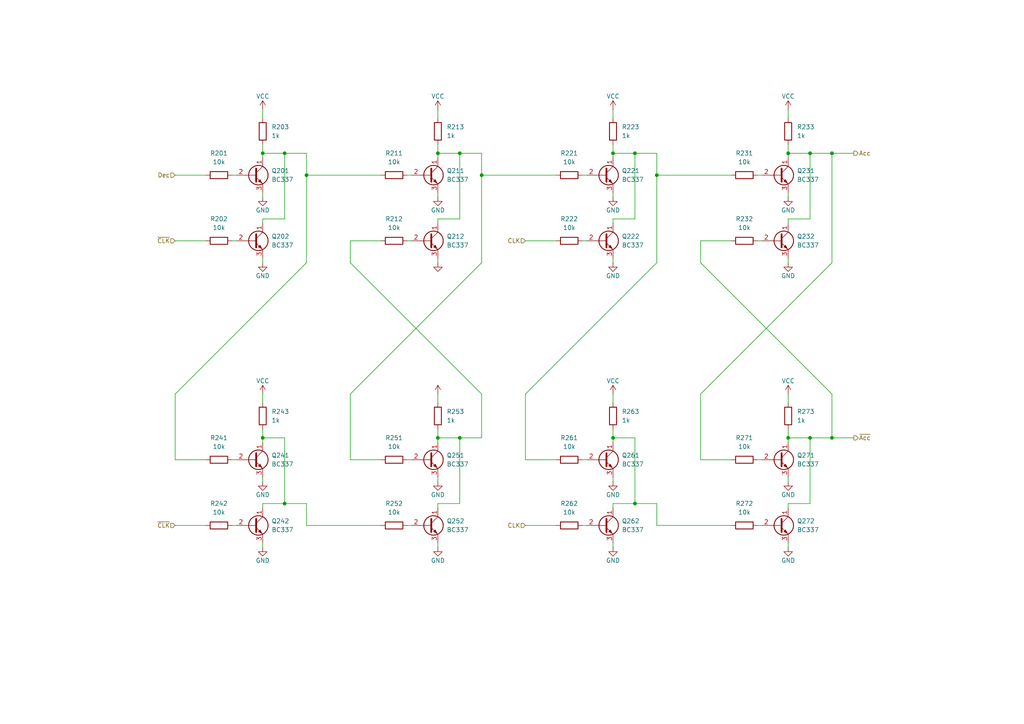
<source format=kicad_sch>
(kicad_sch (version 20250114) (generator "eeschema") (generator_version "9.0")
  (paper "A4")
  (lib_symbols
    (symbol "Device:R" (pin_numbers (hide yes)) (pin_names (offset 0))
      (property "Reference" "R" (at 2.032 0 90))
      (property "Value" "R" (at 0 0 90))
      (symbol "R_0_1"
        (rectangle (start -1.016 -2.54) (end 1.016 2.54) (stroke (width 0.254)))
      )
      (symbol "R_1_1"
        (pin passive line (at 0 3.81 270) (length 1.27) (name "~") (number "1"))
        (pin passive line (at 0 -3.81 90) (length 1.27) (name "~") (number "2"))
      )
    )
    (symbol "Transistor_BJT:BC337" (pin_names (offset 0) (hide yes))
      (property "Reference" "Q" (at 5.08 1.905 0))
      (property "Value" "BC337" (at 5.08 0 0))
      (symbol "BC337_0_1"
        (polyline (pts (xy -2.54 0) (xy 0.635 0)))
        (polyline (pts (xy 0.635 1.905) (xy 0.635 -1.905)) (stroke (width 0.508)))
        (circle (center 1.27 0) (radius 2.8194) (stroke (width 0.254)))
      )
      (symbol "BC337_1_1"
        (polyline (pts (xy 0.635 0.635) (xy 2.54 2.54)))
        (polyline (pts (xy 0.635 -0.635) (xy 2.54 -2.54)))
        (polyline (pts (xy 1.27 -1.778) (xy 1.778 -1.27) (xy 2.286 -2.286) (xy 1.27 -1.778)) (fill (type outline)))
        (pin input line (at -5.08 0 0) (length 2.54) (name "B") (number "2"))
        (pin passive line (at 2.54 5.08 270) (length 2.54) (name "C") (number "1"))
        (pin passive line (at 2.54 -5.08 90) (length 2.54) (name "E") (number "3"))
      )
    )
    (symbol "power:GND" (power) (pin_numbers (hide yes)) (pin_names (offset 0) (hide yes))
      (property "Value" "GND" (at 0 -3.81 0))
      (symbol "GND_0_1"
        (polyline (pts (xy 0 0) (xy 0 -1.27) (xy 1.27 -1.27) (xy 0 -2.54) (xy -1.27 -1.27) (xy 0 -1.27)))
      )
      (symbol "GND_1_1"
        (pin power_in line (at 0 0 270) (length 0) (name "~") (number "1"))
      )
    )
    (symbol "power:VCC" (power) (pin_numbers (hide yes)) (pin_names (offset 0) (hide yes))
      (property "Value" "VCC" (at 0 3.556 0))
      (symbol "VCC_0_1"
        (polyline (pts (xy -0.762 1.27) (xy 0 2.54)))
        (polyline (pts (xy 0 2.54) (xy 0.762 1.27)))
        (polyline (pts (xy 0 0) (xy 0 2.54)))
      )
      (symbol "VCC_1_1"
        (pin power_in line (at 0 0 90) (length 0) (name "~") (number "1"))
      )
    )
  )
  (junction (at 133.35 44.45))
  (junction (at 82.55 44.45))
  (junction (at 127 44.45))
  (junction (at 177.8 127))
  (junction (at 241.3 44.45))
  (junction (at 139.7 50.8))
  (junction (at 133.35 127))
  (junction (at 184.15 146.05))
  (junction (at 177.8 44.45))
  (junction (at 241.3 127))
  (junction (at 82.55 146.05))
  (junction (at 228.6 44.45))
  (junction (at 88.9 50.8))
  (junction (at 228.6 127))
  (junction (at 190.5 50.8))
  (junction (at 76.2 127))
  (junction (at 234.95 44.45))
  (junction (at 76.2 44.45))
  (junction (at 234.95 127))
  (junction (at 184.15 44.45))
  (junction (at 127 127))
  (wire (pts (xy 76.2 44.45) (xy 76.2 45.72)))
  (wire (pts (xy 82.55 44.45) (xy 88.9 44.45)))
  (wire (pts (xy 88.9 50.8) (xy 110.49 50.8)))
  (wire (pts (xy 127 44.45) (xy 133.35 44.45)))
  (wire (pts (xy 133.35 146.05) (xy 133.35 127)))
  (wire (pts (xy 118.11 50.8) (xy 119.38 50.8)))
  (wire (pts (xy 234.95 127) (xy 241.3 127)))
  (wire (pts (xy 139.7 50.8) (xy 139.7 76.2)))
  (wire (pts (xy 76.2 124.46) (xy 76.2 127)))
  (wire (pts (xy 101.6 133.35) (xy 110.49 133.35)))
  (wire (pts (xy 177.8 63.5) (xy 184.15 63.5)))
  (wire (pts (xy 203.2 133.35) (xy 203.2 114.3)))
  (wire (pts (xy 139.7 50.8) (xy 161.29 50.8)))
  (wire (pts (xy 88.9 146.05) (xy 88.9 152.4)))
  (wire (pts (xy 67.31 50.8) (xy 68.58 50.8)))
  (wire (pts (xy 228.6 147.32) (xy 228.6 146.05)))
  (wire (pts (xy 59.69 133.35) (xy 50.8 133.35)))
  (wire (pts (xy 190.5 152.4) (xy 190.5 146.05)))
  (wire (pts (xy 184.15 63.5) (xy 184.15 44.45)))
  (wire (pts (xy 168.91 69.85) (xy 170.18 69.85)))
  (wire (pts (xy 228.6 114.3) (xy 228.6 116.84)))
  (wire (pts (xy 234.95 146.05) (xy 234.95 127)))
  (wire (pts (xy 127 124.46) (xy 127 127)))
  (wire (pts (xy 228.6 74.93) (xy 228.6 76.2)))
  (wire (pts (xy 177.8 147.32) (xy 177.8 146.05)))
  (wire (pts (xy 82.55 146.05) (xy 88.9 146.05)))
  (wire (pts (xy 177.8 41.91) (xy 177.8 44.45)))
  (wire (pts (xy 76.2 31.75) (xy 76.2 34.29)))
  (wire (pts (xy 203.2 69.85) (xy 212.09 69.85)))
  (wire (pts (xy 228.6 64.77) (xy 228.6 63.5)))
  (wire (pts (xy 88.9 50.8) (xy 88.9 76.2)))
  (wire (pts (xy 177.8 146.05) (xy 184.15 146.05)))
  (wire (pts (xy 50.8 50.8) (xy 59.69 50.8)))
  (wire (pts (xy 76.2 41.91) (xy 76.2 44.45)))
  (wire (pts (xy 241.3 127) (xy 247.65 127)))
  (wire (pts (xy 88.9 152.4) (xy 110.49 152.4)))
  (wire (pts (xy 50.8 114.3) (xy 50.8 133.35)))
  (wire (pts (xy 127 157.48) (xy 127 158.75)))
  (wire (pts (xy 127 44.45) (xy 127 45.72)))
  (wire (pts (xy 118.11 69.85) (xy 119.38 69.85)))
  (wire (pts (xy 76.2 63.5) (xy 82.55 63.5)))
  (wire (pts (xy 228.6 55.88) (xy 228.6 57.15)))
  (wire (pts (xy 152.4 133.35) (xy 161.29 133.35)))
  (wire (pts (xy 127 64.77) (xy 127 63.5)))
  (wire (pts (xy 234.95 63.5) (xy 234.95 44.45)))
  (wire (pts (xy 133.35 63.5) (xy 133.35 44.45)))
  (wire (pts (xy 234.95 44.45) (xy 241.3 44.45)))
  (wire (pts (xy 67.31 69.85) (xy 68.58 69.85)))
  (wire (pts (xy 168.91 152.4) (xy 170.18 152.4)))
  (wire (pts (xy 228.6 127) (xy 228.6 128.27)))
  (wire (pts (xy 219.71 69.85) (xy 220.98 69.85)))
  (wire (pts (xy 139.7 114.3) (xy 101.6 76.2)))
  (wire (pts (xy 50.8 69.85) (xy 59.69 69.85)))
  (wire (pts (xy 228.6 44.45) (xy 228.6 45.72)))
  (wire (pts (xy 219.71 133.35) (xy 220.98 133.35)))
  (wire (pts (xy 133.35 127) (xy 139.7 127)))
  (wire (pts (xy 177.8 127) (xy 177.8 128.27)))
  (wire (pts (xy 177.8 64.77) (xy 177.8 63.5)))
  (wire (pts (xy 219.71 50.8) (xy 220.98 50.8)))
  (wire (pts (xy 127 114.3) (xy 127 116.84)))
  (wire (pts (xy 177.8 114.3) (xy 177.8 116.84)))
  (wire (pts (xy 190.5 44.45) (xy 184.15 44.45)))
  (wire (pts (xy 212.09 50.8) (xy 190.5 50.8)))
  (wire (pts (xy 219.71 152.4) (xy 220.98 152.4)))
  (wire (pts (xy 190.5 76.2) (xy 152.4 114.3)))
  (wire (pts (xy 127 146.05) (xy 133.35 146.05)))
  (wire (pts (xy 76.2 127) (xy 76.2 128.27)))
  (wire (pts (xy 76.2 146.05) (xy 82.55 146.05)))
  (wire (pts (xy 203.2 114.3) (xy 241.3 76.2)))
  (wire (pts (xy 177.8 124.46) (xy 177.8 127)))
  (wire (pts (xy 177.8 44.45) (xy 177.8 45.72)))
  (wire (pts (xy 82.55 146.05) (xy 82.55 127)))
  (wire (pts (xy 76.2 147.32) (xy 76.2 146.05)))
  (wire (pts (xy 177.8 127) (xy 184.15 127)))
  (wire (pts (xy 228.6 31.75) (xy 228.6 34.29)))
  (wire (pts (xy 190.5 50.8) (xy 190.5 76.2)))
  (wire (pts (xy 139.7 44.45) (xy 139.7 50.8)))
  (wire (pts (xy 127 138.43) (xy 127 139.7)))
  (wire (pts (xy 152.4 152.4) (xy 161.29 152.4)))
  (wire (pts (xy 168.91 50.8) (xy 170.18 50.8)))
  (wire (pts (xy 76.2 64.77) (xy 76.2 63.5)))
  (wire (pts (xy 139.7 127) (xy 139.7 114.3)))
  (wire (pts (xy 177.8 138.43) (xy 177.8 139.7)))
  (wire (pts (xy 152.4 114.3) (xy 152.4 133.35)))
  (wire (pts (xy 241.3 114.3) (xy 203.2 76.2)))
  (wire (pts (xy 168.91 133.35) (xy 170.18 133.35)))
  (wire (pts (xy 76.2 138.43) (xy 76.2 139.7)))
  (wire (pts (xy 76.2 127) (xy 82.55 127)))
  (wire (pts (xy 127 74.93) (xy 127 76.2)))
  (wire (pts (xy 101.6 114.3) (xy 101.6 133.35)))
  (wire (pts (xy 228.6 138.43) (xy 228.6 139.7)))
  (wire (pts (xy 127 55.88) (xy 127 57.15)))
  (wire (pts (xy 177.8 44.45) (xy 184.15 44.45)))
  (wire (pts (xy 101.6 76.2) (xy 101.6 69.85)))
  (wire (pts (xy 127 127) (xy 133.35 127)))
  (wire (pts (xy 228.6 127) (xy 234.95 127)))
  (wire (pts (xy 177.8 157.48) (xy 177.8 158.75)))
  (wire (pts (xy 184.15 146.05) (xy 184.15 127)))
  (wire (pts (xy 241.3 114.3) (xy 241.3 127)))
  (wire (pts (xy 190.5 152.4) (xy 212.09 152.4)))
  (wire (pts (xy 241.3 44.45) (xy 247.65 44.45)))
  (wire (pts (xy 203.2 133.35) (xy 212.09 133.35)))
  (wire (pts (xy 152.4 69.85) (xy 161.29 69.85)))
  (wire (pts (xy 177.8 74.93) (xy 177.8 76.2)))
  (wire (pts (xy 228.6 124.46) (xy 228.6 127)))
  (wire (pts (xy 127 31.75) (xy 127 34.29)))
  (wire (pts (xy 177.8 31.75) (xy 177.8 34.29)))
  (wire (pts (xy 50.8 114.3) (xy 88.9 76.2)))
  (wire (pts (xy 127 41.91) (xy 127 44.45)))
  (wire (pts (xy 76.2 114.3) (xy 76.2 116.84)))
  (wire (pts (xy 203.2 69.85) (xy 203.2 76.2)))
  (wire (pts (xy 228.6 157.48) (xy 228.6 158.75)))
  (wire (pts (xy 228.6 41.91) (xy 228.6 44.45)))
  (wire (pts (xy 177.8 55.88) (xy 177.8 57.15)))
  (wire (pts (xy 228.6 44.45) (xy 234.95 44.45)))
  (wire (pts (xy 50.8 152.4) (xy 59.69 152.4)))
  (wire (pts (xy 88.9 44.45) (xy 88.9 50.8)))
  (wire (pts (xy 76.2 44.45) (xy 82.55 44.45)))
  (wire (pts (xy 76.2 55.88) (xy 76.2 57.15)))
  (wire (pts (xy 67.31 133.35) (xy 68.58 133.35)))
  (wire (pts (xy 118.11 133.35) (xy 119.38 133.35)))
  (wire (pts (xy 241.3 44.45) (xy 241.3 76.2)))
  (wire (pts (xy 67.31 152.4) (xy 68.58 152.4)))
  (wire (pts (xy 82.55 63.5) (xy 82.55 44.45)))
  (wire (pts (xy 228.6 63.5) (xy 234.95 63.5)))
  (wire (pts (xy 76.2 74.93) (xy 76.2 76.2)))
  (wire (pts (xy 118.11 152.4) (xy 119.38 152.4)))
  (wire (pts (xy 101.6 114.3) (xy 139.7 76.2)))
  (wire (pts (xy 228.6 146.05) (xy 234.95 146.05)))
  (wire (pts (xy 127 127) (xy 127 128.27)))
  (wire (pts (xy 184.15 146.05) (xy 190.5 146.05)))
  (wire (pts (xy 139.7 44.45) (xy 133.35 44.45)))
  (wire (pts (xy 127 63.5) (xy 133.35 63.5)))
  (wire (pts (xy 190.5 50.8) (xy 190.5 44.45)))
  (wire (pts (xy 127 147.32) (xy 127 146.05)))
  (wire (pts (xy 76.2 157.48) (xy 76.2 158.75)))
  (wire (pts (xy 101.6 69.85) (xy 110.49 69.85)))
  (hierarchical_label "CLK" (shape input) (at 152.4 152.4 180))
  (hierarchical_label "~{CLK}" (shape input) (at 50.8 152.4 180))
  (hierarchical_label "~{Acc}" (shape output) (at 247.65 127 0))
  (hierarchical_label "CLK" (shape input) (at 152.4 69.85 180))
  (hierarchical_label "Dec" (shape input) (at 50.8 50.8 180))
  (hierarchical_label "~{CLK}" (shape input) (at 50.8 69.85 180))
  (hierarchical_label "Acc" (shape output) (at 247.65 44.45 0))
  (symbol (lib_id "Device:R") (at 114.3 152.4 90) (unit 1)
    (property "Reference" "R252" (at 114.3 146.05 90))
    (property "Value" "10k" (at 114.3 148.59 90))
    (property "Footprint" "Resistor_THT:R_Axial_DIN0207_L6.3mm_D2.5mm_P10.16mm_Horizontal" (effects (hide yes)))
    (property "Description" "Resistor" (effects (hide yes)))
  )
  (symbol (lib_id "Transistor_BJT:BC337") (at 226.06 69.85 0) (unit 1)
    (property "Reference" "Q232" (at 231.14 68.5799 0) (effects (justify left)))
    (property "Value" "BC337" (at 231.14 71.1199 0) (effects (justify left)))
    (property "Footprint" "Package_TO_SOT_THT:TO-92_Inline" (effects (hide yes)))
    (property "Datasheet" "https://diotec.com/tl_files/diotec/files/pdf/datasheets/bc337.pdf" (effects (hide yes)))
    (property "Description" "0.8A Ic, 45V Vce, NPN Transistor, TO-92" (effects (hide yes)))
    (property "Sim.Device" "NPN" (effects (hide yes)))
    (property "Sim.Pins" "1=C 2=B 3=E" (effects (hide yes)))
  )
  (symbol (lib_id "power:VCC") (at 76.2 114.3 0) (unit 1)
    (property "Reference" "#PWR0160" (effects (hide yes)))
    (property "Value" "VCC" (at 76.2 110.49 0))
    (property "Description" "Power symbol creates a global label with name \"VCC\"" (effects (hide yes)))
  )
  (symbol (lib_id "power:VCC") (at 177.8 114.3 0) (unit 1)
    (property "Reference" "#PWR0143" (effects (hide yes)))
    (property "Value" "VCC" (at 177.8 110.49 0))
    (property "Description" "Power symbol creates a global label with name \"VCC\"" (effects (hide yes)))
  )
  (symbol (lib_id "power:GND") (at 76.2 76.2 0) (unit 1)
    (property "Reference" "#PWR0159" (effects (hide yes)))
    (property "Value" "GND" (at 76.2 80.01 0))
    (property "Description" "Power symbol creates a global label with name \"GND\" , ground" (effects (hide yes)))
  )
  (symbol (lib_id "Transistor_BJT:BC337") (at 175.26 69.85 0) (unit 1)
    (property "Reference" "Q222" (at 180.34 68.5799 0) (effects (justify left)))
    (property "Value" "BC337" (at 180.34 71.1199 0) (effects (justify left)))
    (property "Footprint" "Package_TO_SOT_THT:TO-92_Inline" (effects (hide yes)))
    (property "Datasheet" "https://diotec.com/tl_files/diotec/files/pdf/datasheets/bc337.pdf" (effects (hide yes)))
    (property "Description" "0.8A Ic, 45V Vce, NPN Transistor, TO-92" (effects (hide yes)))
    (property "Sim.Device" "NPN" (effects (hide yes)))
    (property "Sim.Pins" "1=C 2=B 3=E" (effects (hide yes)))
  )
  (symbol (lib_id "power:GND") (at 228.6 139.7 0) (unit 1)
    (property "Reference" "#PWR0152" (effects (hide yes)))
    (property "Value" "GND" (at 228.6 143.51 0))
    (property "Description" "Power symbol creates a global label with name \"GND\" , ground" (effects (hide yes)))
  )
  (symbol (lib_id "power:GND") (at 177.8 76.2 0) (unit 1)
    (property "Reference" "#PWR0142" (effects (hide yes)))
    (property "Value" "GND" (at 177.8 80.01 0))
    (property "Description" "Power symbol creates a global label with name \"GND\" , ground" (effects (hide yes)))
  )
  (symbol (lib_id "power:GND") (at 127 76.2 0) (unit 1)
    (property "Reference" "#PWR0147" (effects (hide yes)))
    (property "Value" "GND" (effects (hide yes)))
    (property "Description" "Power symbol creates a global label with name \"GND\" , ground" (effects (hide yes)))
  )
  (symbol (lib_id "Device:R") (at 215.9 152.4 90) (unit 1)
    (property "Reference" "R272" (at 215.9 146.05 90))
    (property "Value" "10k" (at 215.9 148.59 90))
    (property "Footprint" "Resistor_THT:R_Axial_DIN0207_L6.3mm_D2.5mm_P10.16mm_Horizontal" (effects (hide yes)))
    (property "Description" "Resistor" (effects (hide yes)))
  )
  (symbol (lib_id "power:VCC") (at 127 31.75 0) (unit 1)
    (property "Reference" "#PWR0144" (effects (hide yes)))
    (property "Value" "VCC" (at 127 27.94 0))
    (property "Description" "Power symbol creates a global label with name \"VCC\"" (effects (hide yes)))
  )
  (symbol (lib_id "Device:R") (at 114.3 69.85 90) (unit 1)
    (property "Reference" "R212" (at 114.3 63.5 90))
    (property "Value" "10k" (at 114.3 66.04 90))
    (property "Footprint" "Resistor_THT:R_Axial_DIN0207_L6.3mm_D2.5mm_P10.16mm_Horizontal" (effects (hide yes)))
    (property "Description" "Resistor" (effects (hide yes)))
  )
  (symbol (lib_id "power:GND") (at 228.6 158.75 0) (unit 1)
    (property "Reference" "#PWR0153" (effects (hide yes)))
    (property "Value" "GND" (at 228.6 162.56 0))
    (property "Description" "Power symbol creates a global label with name \"GND\" , ground" (effects (hide yes)))
  )
  (symbol (lib_id "Device:R") (at 63.5 50.8 90) (unit 1)
    (property "Reference" "R201" (at 63.5 44.45 90))
    (property "Value" "10k" (at 63.5 46.99 90))
    (property "Footprint" "Resistor_THT:R_Axial_DIN0207_L6.3mm_D2.5mm_P10.16mm_Horizontal" (effects (hide yes)))
    (property "Description" "Resistor" (effects (hide yes)))
  )
  (symbol (lib_id "Transistor_BJT:BC337") (at 124.46 69.85 0) (unit 1)
    (property "Reference" "Q212" (at 129.54 68.5799 0) (effects (justify left)))
    (property "Value" "BC337" (at 129.54 71.1199 0) (effects (justify left)))
    (property "Footprint" "Package_TO_SOT_THT:TO-92_Inline" (effects (hide yes)))
    (property "Datasheet" "https://diotec.com/tl_files/diotec/files/pdf/datasheets/bc337.pdf" (effects (hide yes)))
    (property "Description" "0.8A Ic, 45V Vce, NPN Transistor, TO-92" (effects (hide yes)))
    (property "Sim.Device" "NPN" (effects (hide yes)))
    (property "Sim.Pins" "1=C 2=B 3=E" (effects (hide yes)))
  )
  (symbol (lib_id "power:GND") (at 76.2 139.7 0) (unit 1)
    (property "Reference" "#PWR0158" (effects (hide yes)))
    (property "Value" "GND" (at 76.2 143.51 0))
    (property "Description" "Power symbol creates a global label with name \"GND\" , ground" (effects (hide yes)))
  )
  (symbol (lib_id "power:GND") (at 127 139.7 0) (unit 1)
    (property "Reference" "#PWR0150" (effects (hide yes)))
    (property "Value" "GND" (at 127 143.51 0))
    (property "Description" "Power symbol creates a global label with name \"GND\" , ground" (effects (hide yes)))
  )
  (symbol (lib_id "power:VCC") (at 228.6 31.75 0) (unit 1)
    (property "Reference" "#PWR0141" (effects (hide yes)))
    (property "Value" "VCC" (at 228.6 27.94 0))
    (property "Description" "Power symbol creates a global label with name \"VCC\"" (effects (hide yes)))
  )
  (symbol (lib_id "Transistor_BJT:BC337") (at 124.46 50.8 0) (unit 1)
    (property "Reference" "Q211" (at 129.54 49.5299 0) (effects (justify left)))
    (property "Value" "BC337" (at 129.54 52.0699 0) (effects (justify left)))
    (property "Footprint" "Package_TO_SOT_THT:TO-92_Inline" (effects (hide yes)))
    (property "Datasheet" "https://diotec.com/tl_files/diotec/files/pdf/datasheets/bc337.pdf" (effects (hide yes)))
    (property "Description" "0.8A Ic, 45V Vce, NPN Transistor, TO-92" (effects (hide yes)))
    (property "Sim.Device" "NPN" (effects (hide yes)))
    (property "Sim.Pins" "1=C 2=B 3=E" (effects (hide yes)))
  )
  (symbol (lib_id "power:GND") (at 228.6 76.2 0) (unit 1)
    (property "Reference" "#PWR0139" (effects (hide yes)))
    (property "Value" "GND" (at 228.6 80.01 0))
    (property "Description" "Power symbol creates a global label with name \"GND\" , ground" (effects (hide yes)))
  )
  (symbol (lib_id "Transistor_BJT:BC337") (at 124.46 133.35 0) (unit 1)
    (property "Reference" "Q251" (at 129.54 132.0799 0) (effects (justify left)))
    (property "Value" "BC337" (at 129.54 134.6199 0) (effects (justify left)))
    (property "Footprint" "Package_TO_SOT_THT:TO-92_Inline" (effects (hide yes)))
    (property "Datasheet" "https://diotec.com/tl_files/diotec/files/pdf/datasheets/bc337.pdf" (effects (hide yes)))
    (property "Description" "0.8A Ic, 45V Vce, NPN Transistor, TO-92" (effects (hide yes)))
    (property "Sim.Device" "NPN" (effects (hide yes)))
    (property "Sim.Pins" "1=C 2=B 3=E" (effects (hide yes)))
  )
  (symbol (lib_id "Device:R") (at 76.2 38.1 0) (unit 1)
    (property "Reference" "R203" (at 78.74 36.8299 0) (effects (justify left)))
    (property "Value" "1k" (at 78.74 39.3699 0) (effects (justify left)))
    (property "Footprint" "Resistor_THT:R_Axial_DIN0207_L6.3mm_D2.5mm_P10.16mm_Horizontal" (effects (hide yes)))
    (property "Description" "Resistor" (effects (hide yes)))
  )
  (symbol (lib_id "Device:R") (at 165.1 69.85 90) (unit 1)
    (property "Reference" "R222" (at 165.1 63.5 90))
    (property "Value" "10k" (at 165.1 66.04 90))
    (property "Footprint" "Resistor_THT:R_Axial_DIN0207_L6.3mm_D2.5mm_P10.16mm_Horizontal" (effects (hide yes)))
    (property "Description" "Resistor" (effects (hide yes)))
  )
  (symbol (lib_id "Device:R") (at 215.9 69.85 90) (unit 1)
    (property "Reference" "R232" (at 215.9 63.5 90))
    (property "Value" "10k" (at 215.9 66.04 90))
    (property "Footprint" "Resistor_THT:R_Axial_DIN0207_L6.3mm_D2.5mm_P10.16mm_Horizontal" (effects (hide yes)))
    (property "Description" "Resistor" (effects (hide yes)))
  )
  (symbol (lib_id "power:GND") (at 127 57.15 0) (unit 1)
    (property "Reference" "#PWR0145" (effects (hide yes)))
    (property "Value" "GND" (at 127 60.96 0))
    (property "Description" "Power symbol creates a global label with name \"GND\" , ground" (effects (hide yes)))
  )
  (symbol (lib_id "Device:R") (at 165.1 50.8 90) (unit 1)
    (property "Reference" "R221" (at 165.1 44.45 90))
    (property "Value" "10k" (at 165.1 46.99 90))
    (property "Footprint" "Resistor_THT:R_Axial_DIN0207_L6.3mm_D2.5mm_P10.16mm_Horizontal" (effects (hide yes)))
    (property "Description" "Resistor" (effects (hide yes)))
  )
  (symbol (lib_id "Transistor_BJT:BC337") (at 226.06 50.8 0) (unit 1)
    (property "Reference" "Q231" (at 231.14 49.5299 0) (effects (justify left)))
    (property "Value" "BC337" (at 231.14 52.0699 0) (effects (justify left)))
    (property "Footprint" "Package_TO_SOT_THT:TO-92_Inline" (effects (hide yes)))
    (property "Datasheet" "https://diotec.com/tl_files/diotec/files/pdf/datasheets/bc337.pdf" (effects (hide yes)))
    (property "Description" "0.8A Ic, 45V Vce, NPN Transistor, TO-92" (effects (hide yes)))
    (property "Sim.Device" "NPN" (effects (hide yes)))
    (property "Sim.Pins" "1=C 2=B 3=E" (effects (hide yes)))
  )
  (symbol (lib_id "power:GND") (at 127 158.75 0) (unit 1)
    (property "Reference" "#PWR0161" (effects (hide yes)))
    (property "Value" "GND" (at 127 162.56 0))
    (property "Description" "Power symbol creates a global label with name \"GND\" , ground" (effects (hide yes)))
  )
  (symbol (lib_id "Device:R") (at 76.2 120.65 0) (unit 1)
    (property "Reference" "R243" (at 78.74 119.3799 0) (effects (justify left)))
    (property "Value" "1k" (at 78.74 121.9199 0) (effects (justify left)))
    (property "Footprint" "Resistor_THT:R_Axial_DIN0207_L6.3mm_D2.5mm_P10.16mm_Horizontal" (effects (hide yes)))
    (property "Description" "Resistor" (effects (hide yes)))
  )
  (symbol (lib_id "Device:R") (at 177.8 38.1 0) (unit 1)
    (property "Reference" "R223" (at 180.34 36.8299 0) (effects (justify left)))
    (property "Value" "1k" (at 180.34 39.3699 0) (effects (justify left)))
    (property "Footprint" "Resistor_THT:R_Axial_DIN0207_L6.3mm_D2.5mm_P10.16mm_Horizontal" (effects (hide yes)))
    (property "Description" "Resistor" (effects (hide yes)))
  )
  (symbol (lib_id "Device:R") (at 63.5 69.85 90) (unit 1)
    (property "Reference" "R202" (at 63.5 63.5 90))
    (property "Value" "10k" (at 63.5 66.04 90))
    (property "Footprint" "Resistor_THT:R_Axial_DIN0207_L6.3mm_D2.5mm_P10.16mm_Horizontal" (effects (hide yes)))
    (property "Description" "Resistor" (effects (hide yes)))
  )
  (symbol (lib_id "Device:R") (at 127 38.1 0) (unit 1)
    (property "Reference" "R213" (at 129.54 36.8299 0) (effects (justify left)))
    (property "Value" "1k" (at 129.54 39.3699 0) (effects (justify left)))
    (property "Footprint" "Resistor_THT:R_Axial_DIN0207_L6.3mm_D2.5mm_P10.16mm_Horizontal" (effects (hide yes)))
    (property "Description" "Resistor" (effects (hide yes)))
  )
  (symbol (lib_id "Device:R") (at 165.1 152.4 90) (unit 1)
    (property "Reference" "R262" (at 165.1 146.05 90))
    (property "Value" "10k" (at 165.1 148.59 90))
    (property "Footprint" "Resistor_THT:R_Axial_DIN0207_L6.3mm_D2.5mm_P10.16mm_Horizontal" (effects (hide yes)))
    (property "Description" "Resistor" (effects (hide yes)))
  )
  (symbol (lib_id "Device:R") (at 63.5 133.35 90) (unit 1)
    (property "Reference" "R241" (at 63.5 127 90))
    (property "Value" "10k" (at 63.5 129.54 90))
    (property "Footprint" "Resistor_THT:R_Axial_DIN0207_L6.3mm_D2.5mm_P10.16mm_Horizontal" (effects (hide yes)))
    (property "Description" "Resistor" (effects (hide yes)))
  )
  (symbol (lib_id "power:VCC") (at 76.2 31.75 0) (unit 1)
    (property "Reference" "#PWR0155" (effects (hide yes)))
    (property "Value" "VCC" (at 76.2 27.94 0))
    (property "Description" "Power symbol creates a global label with name \"VCC\"" (effects (hide yes)))
  )
  (symbol (lib_id "Device:R") (at 165.1 133.35 90) (unit 1)
    (property "Reference" "R261" (at 165.1 127 90))
    (property "Value" "10k" (at 165.1 129.54 90))
    (property "Footprint" "Resistor_THT:R_Axial_DIN0207_L6.3mm_D2.5mm_P10.16mm_Horizontal" (effects (hide yes)))
    (property "Description" "Resistor" (effects (hide yes)))
  )
  (symbol (lib_id "Device:R") (at 127 120.65 0) (unit 1)
    (property "Reference" "R253" (at 129.54 119.3799 0) (effects (justify left)))
    (property "Value" "1k" (at 129.54 121.9199 0) (effects (justify left)))
    (property "Footprint" "Resistor_THT:R_Axial_DIN0207_L6.3mm_D2.5mm_P10.16mm_Horizontal" (effects (hide yes)))
    (property "Description" "Resistor" (effects (hide yes)))
  )
  (symbol (lib_id "Device:R") (at 215.9 133.35 90) (unit 1)
    (property "Reference" "R271" (at 215.9 127 90))
    (property "Value" "10k" (at 215.9 129.54 90))
    (property "Footprint" "Resistor_THT:R_Axial_DIN0207_L6.3mm_D2.5mm_P10.16mm_Horizontal" (effects (hide yes)))
    (property "Description" "Resistor" (effects (hide yes)))
  )
  (symbol (lib_id "power:GND") (at 177.8 57.15 0) (unit 1)
    (property "Reference" "#PWR0148" (effects (hide yes)))
    (property "Value" "GND" (at 177.8 60.96 0))
    (property "Description" "Power symbol creates a global label with name \"GND\" , ground" (effects (hide yes)))
  )
  (symbol (lib_id "Device:R") (at 114.3 50.8 90) (unit 1)
    (property "Reference" "R211" (at 114.3 44.45 90))
    (property "Value" "10k" (at 114.3 46.99 90))
    (property "Footprint" "Resistor_THT:R_Axial_DIN0207_L6.3mm_D2.5mm_P10.16mm_Horizontal" (effects (hide yes)))
    (property "Description" "Resistor" (effects (hide yes)))
  )
  (symbol (lib_id "Transistor_BJT:BC337") (at 73.66 152.4 0) (unit 1)
    (property "Reference" "Q242" (at 78.74 151.1299 0) (effects (justify left)))
    (property "Value" "BC337" (at 78.74 153.6699 0) (effects (justify left)))
    (property "Footprint" "Package_TO_SOT_THT:TO-92_Inline" (effects (hide yes)))
    (property "Datasheet" "https://diotec.com/tl_files/diotec/files/pdf/datasheets/bc337.pdf" (effects (hide yes)))
    (property "Description" "0.8A Ic, 45V Vce, NPN Transistor, TO-92" (effects (hide yes)))
    (property "Sim.Device" "NPN" (effects (hide yes)))
    (property "Sim.Pins" "1=C 2=B 3=E" (effects (hide yes)))
  )
  (symbol (lib_id "power:VCC") (at 228.6 114.3 0) (unit 1)
    (property "Reference" "#PWR0140" (effects (hide yes)))
    (property "Value" "VCC" (at 228.6 110.49 0))
    (property "Description" "Power symbol creates a global label with name \"VCC\"" (effects (hide yes)))
  )
  (symbol (lib_id "Transistor_BJT:BC337") (at 175.26 50.8 0) (unit 1)
    (property "Reference" "Q221" (at 180.34 49.5299 0) (effects (justify left)))
    (property "Value" "BC337" (at 180.34 52.0699 0) (effects (justify left)))
    (property "Footprint" "Package_TO_SOT_THT:TO-92_Inline" (effects (hide yes)))
    (property "Datasheet" "https://diotec.com/tl_files/diotec/files/pdf/datasheets/bc337.pdf" (effects (hide yes)))
    (property "Description" "0.8A Ic, 45V Vce, NPN Transistor, TO-92" (effects (hide yes)))
    (property "Sim.Device" "NPN" (effects (hide yes)))
    (property "Sim.Pins" "1=C 2=B 3=E" (effects (hide yes)))
  )
  (symbol (lib_id "Device:R") (at 228.6 120.65 0) (unit 1)
    (property "Reference" "R273" (at 231.14 119.3799 0) (effects (justify left)))
    (property "Value" "1k" (at 231.14 121.9199 0) (effects (justify left)))
    (property "Footprint" "Resistor_THT:R_Axial_DIN0207_L6.3mm_D2.5mm_P10.16mm_Horizontal" (effects (hide yes)))
    (property "Description" "Resistor" (effects (hide yes)))
  )
  (symbol (lib_id "Device:R") (at 177.8 120.65 0) (unit 1)
    (property "Reference" "R263" (at 180.34 119.3799 0) (effects (justify left)))
    (property "Value" "1k" (at 180.34 121.9199 0) (effects (justify left)))
    (property "Footprint" "Resistor_THT:R_Axial_DIN0207_L6.3mm_D2.5mm_P10.16mm_Horizontal" (effects (hide yes)))
    (property "Description" "Resistor" (effects (hide yes)))
  )
  (symbol (lib_id "Transistor_BJT:BC337") (at 226.06 152.4 0) (unit 1)
    (property "Reference" "Q272" (at 231.14 151.1299 0) (effects (justify left)))
    (property "Value" "BC337" (at 231.14 153.6699 0) (effects (justify left)))
    (property "Footprint" "Package_TO_SOT_THT:TO-92_Inline" (effects (hide yes)))
    (property "Datasheet" "https://diotec.com/tl_files/diotec/files/pdf/datasheets/bc337.pdf" (effects (hide yes)))
    (property "Description" "0.8A Ic, 45V Vce, NPN Transistor, TO-92" (effects (hide yes)))
    (property "Sim.Device" "NPN" (effects (hide yes)))
    (property "Sim.Pins" "1=C 2=B 3=E" (effects (hide yes)))
  )
  (symbol (lib_id "power:GND") (at 76.2 158.75 0) (unit 1)
    (property "Reference" "#PWR0157" (effects (hide yes)))
    (property "Value" "GND" (at 76.2 162.56 0))
    (property "Description" "Power symbol creates a global label with name \"GND\" , ground" (effects (hide yes)))
  )
  (symbol (lib_id "Transistor_BJT:BC337") (at 175.26 133.35 0) (unit 1)
    (property "Reference" "Q261" (at 180.34 132.0799 0) (effects (justify left)))
    (property "Value" "BC337" (at 180.34 134.6199 0) (effects (justify left)))
    (property "Footprint" "Package_TO_SOT_THT:TO-92_Inline" (effects (hide yes)))
    (property "Datasheet" "https://diotec.com/tl_files/diotec/files/pdf/datasheets/bc337.pdf" (effects (hide yes)))
    (property "Description" "0.8A Ic, 45V Vce, NPN Transistor, TO-92" (effects (hide yes)))
    (property "Sim.Device" "NPN" (effects (hide yes)))
    (property "Sim.Pins" "1=C 2=B 3=E" (effects (hide yes)))
  )
  (symbol (lib_id "Transistor_BJT:BC337") (at 175.26 152.4 0) (unit 1)
    (property "Reference" "Q262" (at 180.34 151.1299 0) (effects (justify left)))
    (property "Value" "BC337" (at 180.34 153.6699 0) (effects (justify left)))
    (property "Footprint" "Package_TO_SOT_THT:TO-92_Inline" (effects (hide yes)))
    (property "Datasheet" "https://diotec.com/tl_files/diotec/files/pdf/datasheets/bc337.pdf" (effects (hide yes)))
    (property "Description" "0.8A Ic, 45V Vce, NPN Transistor, TO-92" (effects (hide yes)))
    (property "Sim.Device" "NPN" (effects (hide yes)))
    (property "Sim.Pins" "1=C 2=B 3=E" (effects (hide yes)))
  )
  (symbol (lib_id "Device:R") (at 114.3 133.35 90) (unit 1)
    (property "Reference" "R251" (at 114.3 127 90))
    (property "Value" "10k" (at 114.3 129.54 90))
    (property "Footprint" "Resistor_THT:R_Axial_DIN0207_L6.3mm_D2.5mm_P10.16mm_Horizontal" (effects (hide yes)))
    (property "Description" "Resistor" (effects (hide yes)))
  )
  (symbol (lib_id "power:GND") (at 177.8 139.7 0) (unit 1)
    (property "Reference" "#PWR0154" (effects (hide yes)))
    (property "Value" "GND" (at 177.8 143.51 0))
    (property "Description" "Power symbol creates a global label with name \"GND\" , ground" (effects (hide yes)))
  )
  (symbol (lib_id "Device:R") (at 63.5 152.4 90) (unit 1)
    (property "Reference" "R242" (at 63.5 146.05 90))
    (property "Value" "10k" (at 63.5 148.59 90))
    (property "Footprint" "Resistor_THT:R_Axial_DIN0207_L6.3mm_D2.5mm_P10.16mm_Horizontal" (effects (hide yes)))
    (property "Description" "Resistor" (effects (hide yes)))
  )
  (symbol (lib_id "power:GND") (at 228.6 57.15 0) (unit 1)
    (property "Reference" "#PWR0138" (effects (hide yes)))
    (property "Value" "GND" (at 228.6 60.96 0))
    (property "Description" "Power symbol creates a global label with name \"GND\" , ground" (effects (hide yes)))
  )
  (symbol (lib_id "Transistor_BJT:BC337") (at 73.66 69.85 0) (unit 1)
    (property "Reference" "Q202" (at 78.74 68.5799 0) (effects (justify left)))
    (property "Value" "BC337" (at 78.74 71.1199 0) (effects (justify left)))
    (property "Footprint" "Package_TO_SOT_THT:TO-92_Inline" (effects (hide yes)))
    (property "Datasheet" "https://diotec.com/tl_files/diotec/files/pdf/datasheets/bc337.pdf" (effects (hide yes)))
    (property "Description" "0.8A Ic, 45V Vce, NPN Transistor, TO-92" (effects (hide yes)))
    (property "Sim.Device" "NPN" (effects (hide yes)))
    (property "Sim.Pins" "1=C 2=B 3=E" (effects (hide yes)))
  )
  (symbol (lib_id "Device:R") (at 215.9 50.8 90) (unit 1)
    (property "Reference" "R231" (at 215.9 44.45 90))
    (property "Value" "10k" (at 215.9 46.99 90))
    (property "Footprint" "Resistor_THT:R_Axial_DIN0207_L6.3mm_D2.5mm_P10.16mm_Horizontal" (effects (hide yes)))
    (property "Description" "Resistor" (effects (hide yes)))
  )
  (symbol (lib_id "power:VCC") (at 177.8 31.75 0) (unit 1)
    (property "Reference" "#PWR0149" (effects (hide yes)))
    (property "Value" "VCC" (at 177.8 27.94 0))
    (property "Description" "Power symbol creates a global label with name \"VCC\"" (effects (hide yes)))
  )
  (symbol (lib_id "Device:R") (at 228.6 38.1 0) (unit 1)
    (property "Reference" "R233" (at 231.14 36.8299 0) (effects (justify left)))
    (property "Value" "1k" (at 231.14 39.3699 0) (effects (justify left)))
    (property "Footprint" "Resistor_THT:R_Axial_DIN0207_L6.3mm_D2.5mm_P10.16mm_Horizontal" (effects (hide yes)))
    (property "Description" "Resistor" (effects (hide yes)))
  )
  (symbol (lib_id "power:VCC") (at 127 114.3 0) (unit 1)
    (property "Reference" "#PWR0146" (effects (hide yes)))
    (property "Value" "VCC" (effects (hide yes)))
    (property "Description" "Power symbol creates a global label with name \"VCC\"" (effects (hide yes)))
  )
  (symbol (lib_id "Transistor_BJT:BC337") (at 73.66 50.8 0) (unit 1)
    (property "Reference" "Q201" (at 78.74 49.5299 0) (effects (justify left)))
    (property "Value" "BC337" (at 78.74 52.0699 0) (effects (justify left)))
    (property "Footprint" "Package_TO_SOT_THT:TO-92_Inline" (effects (hide yes)))
    (property "Datasheet" "https://diotec.com/tl_files/diotec/files/pdf/datasheets/bc337.pdf" (effects (hide yes)))
    (property "Description" "0.8A Ic, 45V Vce, NPN Transistor, TO-92" (effects (hide yes)))
    (property "Sim.Device" "NPN" (effects (hide yes)))
    (property "Sim.Pins" "1=C 2=B 3=E" (effects (hide yes)))
  )
  (symbol (lib_id "power:GND") (at 177.8 158.75 0) (unit 1)
    (property "Reference" "#PWR0151" (effects (hide yes)))
    (property "Value" "GND" (at 177.8 162.56 0))
    (property "Description" "Power symbol creates a global label with name \"GND\" , ground" (effects (hide yes)))
  )
  (symbol (lib_id "Transistor_BJT:BC337") (at 73.66 133.35 0) (unit 1)
    (property "Reference" "Q241" (at 78.74 132.0799 0) (effects (justify left)))
    (property "Value" "BC337" (at 78.74 134.6199 0) (effects (justify left)))
    (property "Footprint" "Package_TO_SOT_THT:TO-92_Inline" (effects (hide yes)))
    (property "Datasheet" "https://diotec.com/tl_files/diotec/files/pdf/datasheets/bc337.pdf" (effects (hide yes)))
    (property "Description" "0.8A Ic, 45V Vce, NPN Transistor, TO-92" (effects (hide yes)))
    (property "Sim.Device" "NPN" (effects (hide yes)))
    (property "Sim.Pins" "1=C 2=B 3=E" (effects (hide yes)))
  )
  (symbol (lib_id "Transistor_BJT:BC337") (at 226.06 133.35 0) (unit 1)
    (property "Reference" "Q271" (at 231.14 132.0799 0) (effects (justify left)))
    (property "Value" "BC337" (at 231.14 134.6199 0) (effects (justify left)))
    (property "Footprint" "Package_TO_SOT_THT:TO-92_Inline" (effects (hide yes)))
    (property "Datasheet" "https://diotec.com/tl_files/diotec/files/pdf/datasheets/bc337.pdf" (effects (hide yes)))
    (property "Description" "0.8A Ic, 45V Vce, NPN Transistor, TO-92" (effects (hide yes)))
    (property "Sim.Device" "NPN" (effects (hide yes)))
    (property "Sim.Pins" "1=C 2=B 3=E" (effects (hide yes)))
  )
  (symbol (lib_id "Transistor_BJT:BC337") (at 124.46 152.4 0) (unit 1)
    (property "Reference" "Q252" (at 129.54 151.1299 0) (effects (justify left)))
    (property "Value" "BC337" (at 129.54 153.6699 0) (effects (justify left)))
    (property "Footprint" "Package_TO_SOT_THT:TO-92_Inline" (effects (hide yes)))
    (property "Datasheet" "https://diotec.com/tl_files/diotec/files/pdf/datasheets/bc337.pdf" (effects (hide yes)))
    (property "Description" "0.8A Ic, 45V Vce, NPN Transistor, TO-92" (effects (hide yes)))
    (property "Sim.Device" "NPN" (effects (hide yes)))
    (property "Sim.Pins" "1=C 2=B 3=E" (effects (hide yes)))
  )
  (symbol (lib_id "power:GND") (at 76.2 57.15 0) (unit 1)
    (property "Reference" "#PWR0156" (effects (hide yes)))
    (property "Value" "GND" (at 76.2 60.96 0))
    (property "Description" "Power symbol creates a global label with name \"GND\" , ground" (effects (hide yes)))
  )
)
</source>
